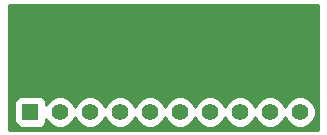
<source format=gbl>
G04 (created by PCBNEW (2013-jul-07)-stable) date Sun 22 Mar 2015 20:47:42 GMT*
%MOIN*%
G04 Gerber Fmt 3.4, Leading zero omitted, Abs format*
%FSLAX34Y34*%
G01*
G70*
G90*
G04 APERTURE LIST*
%ADD10C,0.00590551*%
%ADD11R,0.055X0.055*%
%ADD12C,0.055*%
%ADD13C,0.01*%
G04 APERTURE END LIST*
G54D10*
G54D11*
X17500Y-19000D03*
G54D12*
X18500Y-19000D03*
X19500Y-19000D03*
X20500Y-19000D03*
X21500Y-19000D03*
X22500Y-19000D03*
X23500Y-19000D03*
X24500Y-19000D03*
X25500Y-19000D03*
X26500Y-19000D03*
G54D10*
G36*
X27092Y-19612D02*
X27025Y-19612D01*
X27025Y-18896D01*
X26945Y-18703D01*
X26797Y-18555D01*
X26604Y-18475D01*
X26396Y-18474D01*
X26203Y-18554D01*
X26055Y-18702D01*
X25999Y-18835D01*
X25945Y-18703D01*
X25797Y-18555D01*
X25604Y-18475D01*
X25396Y-18474D01*
X25203Y-18554D01*
X25055Y-18702D01*
X24999Y-18835D01*
X24945Y-18703D01*
X24797Y-18555D01*
X24604Y-18475D01*
X24396Y-18474D01*
X24203Y-18554D01*
X24055Y-18702D01*
X23999Y-18835D01*
X23945Y-18703D01*
X23797Y-18555D01*
X23604Y-18475D01*
X23396Y-18474D01*
X23203Y-18554D01*
X23055Y-18702D01*
X22999Y-18835D01*
X22945Y-18703D01*
X22797Y-18555D01*
X22604Y-18475D01*
X22396Y-18474D01*
X22203Y-18554D01*
X22055Y-18702D01*
X21999Y-18835D01*
X21945Y-18703D01*
X21797Y-18555D01*
X21604Y-18475D01*
X21396Y-18474D01*
X21203Y-18554D01*
X21055Y-18702D01*
X20999Y-18835D01*
X20945Y-18703D01*
X20797Y-18555D01*
X20604Y-18475D01*
X20396Y-18474D01*
X20203Y-18554D01*
X20055Y-18702D01*
X19999Y-18835D01*
X19945Y-18703D01*
X19797Y-18555D01*
X19604Y-18475D01*
X19396Y-18474D01*
X19203Y-18554D01*
X19055Y-18702D01*
X18999Y-18835D01*
X18945Y-18703D01*
X18797Y-18555D01*
X18604Y-18475D01*
X18396Y-18474D01*
X18203Y-18554D01*
X18055Y-18702D01*
X18025Y-18774D01*
X18025Y-18675D01*
X17987Y-18583D01*
X17916Y-18513D01*
X17824Y-18475D01*
X17725Y-18474D01*
X17175Y-18474D01*
X17083Y-18512D01*
X17013Y-18583D01*
X16975Y-18675D01*
X16974Y-18774D01*
X16974Y-19324D01*
X17012Y-19416D01*
X17083Y-19486D01*
X17175Y-19524D01*
X17274Y-19525D01*
X17824Y-19525D01*
X17916Y-19487D01*
X17986Y-19416D01*
X18024Y-19324D01*
X18025Y-19225D01*
X18025Y-19225D01*
X18054Y-19297D01*
X18202Y-19444D01*
X18395Y-19524D01*
X18603Y-19525D01*
X18797Y-19445D01*
X18944Y-19297D01*
X19000Y-19164D01*
X19054Y-19297D01*
X19202Y-19444D01*
X19395Y-19524D01*
X19603Y-19525D01*
X19797Y-19445D01*
X19944Y-19297D01*
X20000Y-19164D01*
X20054Y-19297D01*
X20202Y-19444D01*
X20395Y-19524D01*
X20603Y-19525D01*
X20797Y-19445D01*
X20944Y-19297D01*
X21000Y-19164D01*
X21054Y-19297D01*
X21202Y-19444D01*
X21395Y-19524D01*
X21603Y-19525D01*
X21797Y-19445D01*
X21944Y-19297D01*
X22000Y-19164D01*
X22054Y-19297D01*
X22202Y-19444D01*
X22395Y-19524D01*
X22603Y-19525D01*
X22797Y-19445D01*
X22944Y-19297D01*
X23000Y-19164D01*
X23054Y-19297D01*
X23202Y-19444D01*
X23395Y-19524D01*
X23603Y-19525D01*
X23797Y-19445D01*
X23944Y-19297D01*
X24000Y-19164D01*
X24054Y-19297D01*
X24202Y-19444D01*
X24395Y-19524D01*
X24603Y-19525D01*
X24797Y-19445D01*
X24944Y-19297D01*
X25000Y-19164D01*
X25054Y-19297D01*
X25202Y-19444D01*
X25395Y-19524D01*
X25603Y-19525D01*
X25797Y-19445D01*
X25944Y-19297D01*
X26000Y-19164D01*
X26054Y-19297D01*
X26202Y-19444D01*
X26395Y-19524D01*
X26603Y-19525D01*
X26797Y-19445D01*
X26944Y-19297D01*
X27024Y-19104D01*
X27025Y-18896D01*
X27025Y-19612D01*
X16805Y-19612D01*
X16805Y-15427D01*
X27092Y-15427D01*
X27092Y-19612D01*
X27092Y-19612D01*
G37*
G54D13*
X27092Y-19612D02*
X27025Y-19612D01*
X27025Y-18896D01*
X26945Y-18703D01*
X26797Y-18555D01*
X26604Y-18475D01*
X26396Y-18474D01*
X26203Y-18554D01*
X26055Y-18702D01*
X25999Y-18835D01*
X25945Y-18703D01*
X25797Y-18555D01*
X25604Y-18475D01*
X25396Y-18474D01*
X25203Y-18554D01*
X25055Y-18702D01*
X24999Y-18835D01*
X24945Y-18703D01*
X24797Y-18555D01*
X24604Y-18475D01*
X24396Y-18474D01*
X24203Y-18554D01*
X24055Y-18702D01*
X23999Y-18835D01*
X23945Y-18703D01*
X23797Y-18555D01*
X23604Y-18475D01*
X23396Y-18474D01*
X23203Y-18554D01*
X23055Y-18702D01*
X22999Y-18835D01*
X22945Y-18703D01*
X22797Y-18555D01*
X22604Y-18475D01*
X22396Y-18474D01*
X22203Y-18554D01*
X22055Y-18702D01*
X21999Y-18835D01*
X21945Y-18703D01*
X21797Y-18555D01*
X21604Y-18475D01*
X21396Y-18474D01*
X21203Y-18554D01*
X21055Y-18702D01*
X20999Y-18835D01*
X20945Y-18703D01*
X20797Y-18555D01*
X20604Y-18475D01*
X20396Y-18474D01*
X20203Y-18554D01*
X20055Y-18702D01*
X19999Y-18835D01*
X19945Y-18703D01*
X19797Y-18555D01*
X19604Y-18475D01*
X19396Y-18474D01*
X19203Y-18554D01*
X19055Y-18702D01*
X18999Y-18835D01*
X18945Y-18703D01*
X18797Y-18555D01*
X18604Y-18475D01*
X18396Y-18474D01*
X18203Y-18554D01*
X18055Y-18702D01*
X18025Y-18774D01*
X18025Y-18675D01*
X17987Y-18583D01*
X17916Y-18513D01*
X17824Y-18475D01*
X17725Y-18474D01*
X17175Y-18474D01*
X17083Y-18512D01*
X17013Y-18583D01*
X16975Y-18675D01*
X16974Y-18774D01*
X16974Y-19324D01*
X17012Y-19416D01*
X17083Y-19486D01*
X17175Y-19524D01*
X17274Y-19525D01*
X17824Y-19525D01*
X17916Y-19487D01*
X17986Y-19416D01*
X18024Y-19324D01*
X18025Y-19225D01*
X18025Y-19225D01*
X18054Y-19297D01*
X18202Y-19444D01*
X18395Y-19524D01*
X18603Y-19525D01*
X18797Y-19445D01*
X18944Y-19297D01*
X19000Y-19164D01*
X19054Y-19297D01*
X19202Y-19444D01*
X19395Y-19524D01*
X19603Y-19525D01*
X19797Y-19445D01*
X19944Y-19297D01*
X20000Y-19164D01*
X20054Y-19297D01*
X20202Y-19444D01*
X20395Y-19524D01*
X20603Y-19525D01*
X20797Y-19445D01*
X20944Y-19297D01*
X21000Y-19164D01*
X21054Y-19297D01*
X21202Y-19444D01*
X21395Y-19524D01*
X21603Y-19525D01*
X21797Y-19445D01*
X21944Y-19297D01*
X22000Y-19164D01*
X22054Y-19297D01*
X22202Y-19444D01*
X22395Y-19524D01*
X22603Y-19525D01*
X22797Y-19445D01*
X22944Y-19297D01*
X23000Y-19164D01*
X23054Y-19297D01*
X23202Y-19444D01*
X23395Y-19524D01*
X23603Y-19525D01*
X23797Y-19445D01*
X23944Y-19297D01*
X24000Y-19164D01*
X24054Y-19297D01*
X24202Y-19444D01*
X24395Y-19524D01*
X24603Y-19525D01*
X24797Y-19445D01*
X24944Y-19297D01*
X25000Y-19164D01*
X25054Y-19297D01*
X25202Y-19444D01*
X25395Y-19524D01*
X25603Y-19525D01*
X25797Y-19445D01*
X25944Y-19297D01*
X26000Y-19164D01*
X26054Y-19297D01*
X26202Y-19444D01*
X26395Y-19524D01*
X26603Y-19525D01*
X26797Y-19445D01*
X26944Y-19297D01*
X27024Y-19104D01*
X27025Y-18896D01*
X27025Y-19612D01*
X16805Y-19612D01*
X16805Y-15427D01*
X27092Y-15427D01*
X27092Y-19612D01*
M02*

</source>
